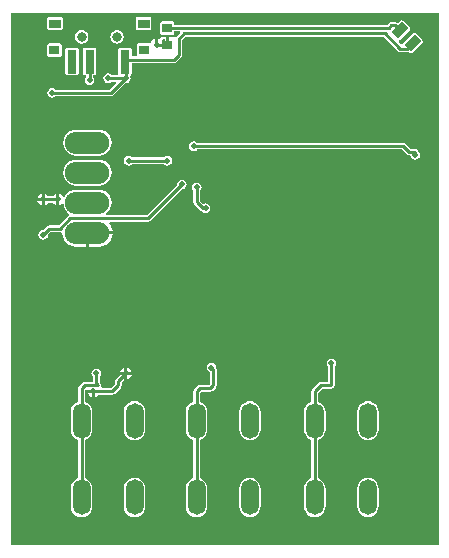
<source format=gtl>
G04 Layer_Physical_Order=1*
G04 Layer_Color=255*
%FSLAX44Y44*%
%MOMM*%
G71*
G01*
G75*
G04:AMPARAMS|DCode=10|XSize=0.8mm|YSize=1.2mm|CornerRadius=0mm|HoleSize=0mm|Usage=FLASHONLY|Rotation=135.000|XOffset=0mm|YOffset=0mm|HoleType=Round|Shape=Rectangle|*
%AMROTATEDRECTD10*
4,1,4,0.7071,0.1414,-0.1414,-0.7071,-0.7071,-0.1414,0.1414,0.7071,0.7071,0.1414,0.0*
%
%ADD10ROTATEDRECTD10*%

%ADD11R,0.8001X2.0000*%
%ADD12R,1.0000X0.8001*%
%ADD13R,0.8999X0.8001*%
%ADD14R,0.9000X0.8000*%
%ADD15C,0.2540*%
%ADD16C,0.8001*%
%ADD17O,1.5000X3.0000*%
%ADD18O,3.7592X1.8796*%
%ADD19C,0.5000*%
G36*
X362500Y0D02*
X0D01*
Y450000D01*
X362500D01*
Y0D01*
D02*
G37*
%LPC*%
G36*
X102386Y143730D02*
X98770D01*
Y140114D01*
X99466Y140252D01*
X101134Y141366D01*
X102248Y143034D01*
X102386Y143730D01*
D02*
G37*
G36*
X72500Y149103D02*
X70930Y148791D01*
X69599Y147901D01*
X68710Y146570D01*
X68397Y145000D01*
X68710Y143430D01*
X69599Y142099D01*
X69651Y142064D01*
Y138143D01*
X62794D01*
X62794Y138143D01*
X61704Y137926D01*
X60780Y137308D01*
X57986Y134514D01*
X57368Y133590D01*
X57151Y132500D01*
X57151Y132500D01*
Y121087D01*
X55450Y120382D01*
X53565Y118935D01*
X52118Y117050D01*
X51209Y114855D01*
X50899Y112499D01*
Y97499D01*
X51209Y95144D01*
X52118Y92948D01*
X53565Y91063D01*
X55450Y89617D01*
X57152Y88912D01*
Y56088D01*
X55450Y55383D01*
X53565Y53937D01*
X52118Y52052D01*
X51209Y49856D01*
X50899Y47501D01*
Y32501D01*
X51209Y30145D01*
X52118Y27950D01*
X53565Y26065D01*
X55450Y24618D01*
X57645Y23709D01*
X60001Y23399D01*
X62356Y23709D01*
X64552Y24618D01*
X66437Y26065D01*
X67883Y27950D01*
X68792Y30145D01*
X69103Y32501D01*
Y47501D01*
X68792Y49856D01*
X67883Y52052D01*
X66437Y53937D01*
X64552Y55383D01*
X62849Y56088D01*
Y88912D01*
X64552Y89617D01*
X66437Y91063D01*
X67883Y92948D01*
X68792Y95144D01*
X69103Y97499D01*
Y112499D01*
X68792Y114855D01*
X67883Y117050D01*
X66437Y118935D01*
X64552Y120382D01*
X62849Y121087D01*
Y130494D01*
X63981Y131554D01*
X64196Y131270D01*
X70000D01*
Y130000D01*
X71270D01*
Y125114D01*
X71967Y125252D01*
X73634Y126366D01*
X74158Y127151D01*
X85999D01*
X85999Y127151D01*
X87089Y127368D01*
X88013Y127986D01*
X93013Y132986D01*
X93013Y132986D01*
X93631Y133910D01*
X93848Y135000D01*
Y137319D01*
X96230Y139701D01*
Y143730D01*
X92201D01*
X88984Y140513D01*
X88367Y139589D01*
X88150Y138499D01*
X88150Y138499D01*
Y136180D01*
X84819Y132849D01*
X77452D01*
X77053Y133365D01*
X76675Y134119D01*
X76850Y135000D01*
X76633Y136090D01*
X76016Y137014D01*
X75349Y137681D01*
Y142064D01*
X75401Y142099D01*
X76290Y143430D01*
X76603Y145000D01*
X76290Y146570D01*
X75401Y147901D01*
X74070Y148791D01*
X72500Y149103D01*
D02*
G37*
G36*
X170000Y154103D02*
X168430Y153791D01*
X167099Y152901D01*
X166210Y151570D01*
X165897Y150000D01*
X166210Y148430D01*
X167099Y147099D01*
X168430Y146209D01*
X168652Y146165D01*
Y136180D01*
X167821Y135349D01*
X160000D01*
X160000Y135349D01*
X158910Y135132D01*
X157986Y134514D01*
X155486Y132014D01*
X154868Y131090D01*
X154651Y130000D01*
X154651Y130000D01*
Y121087D01*
X152950Y120382D01*
X151065Y118935D01*
X149618Y117050D01*
X148709Y114855D01*
X148399Y112499D01*
Y97499D01*
X148709Y95144D01*
X149618Y92948D01*
X151065Y91063D01*
X152950Y89617D01*
X154652Y88912D01*
Y56088D01*
X152950Y55383D01*
X151065Y53937D01*
X149618Y52052D01*
X148709Y49856D01*
X148399Y47501D01*
Y32501D01*
X148709Y30145D01*
X149618Y27950D01*
X151065Y26065D01*
X152950Y24618D01*
X155145Y23709D01*
X157501Y23399D01*
X159856Y23709D01*
X162052Y24618D01*
X163937Y26065D01*
X165383Y27950D01*
X166292Y30145D01*
X166602Y32501D01*
Y47501D01*
X166292Y49856D01*
X165383Y52052D01*
X163937Y53937D01*
X162052Y55383D01*
X160349Y56088D01*
Y88912D01*
X162052Y89617D01*
X163937Y91063D01*
X165383Y92948D01*
X166292Y95144D01*
X166602Y97499D01*
Y112499D01*
X166292Y114855D01*
X165383Y117050D01*
X163937Y118935D01*
X162052Y120382D01*
X160349Y121087D01*
Y128820D01*
X161180Y129651D01*
X169001D01*
X169001Y129651D01*
X170091Y129868D01*
X171015Y130486D01*
X173515Y132986D01*
X173515Y132986D01*
X174133Y133910D01*
X174350Y135000D01*
Y148499D01*
X174133Y149589D01*
X174047Y149718D01*
X174103Y150000D01*
X173790Y151570D01*
X172901Y152901D01*
X171570Y153791D01*
X170000Y154103D01*
D02*
G37*
G36*
X96230Y149886D02*
X95534Y149748D01*
X93866Y148634D01*
X92752Y146966D01*
X92614Y146270D01*
X96230D01*
Y149886D01*
D02*
G37*
G36*
X157500Y306603D02*
X155930Y306290D01*
X154599Y305401D01*
X153709Y304070D01*
X153397Y302500D01*
X153709Y300930D01*
X154599Y299599D01*
X154651Y299564D01*
Y289999D01*
X154651Y289999D01*
X154868Y288909D01*
X155486Y287985D01*
X160485Y282985D01*
X160485Y282985D01*
X161409Y282367D01*
X161997Y282251D01*
X162099Y282098D01*
X163430Y281209D01*
X165000Y280897D01*
X166570Y281209D01*
X167901Y282098D01*
X168790Y283429D01*
X169102Y284999D01*
X168790Y286569D01*
X167901Y287901D01*
X166570Y288790D01*
X165000Y289102D01*
X163430Y288790D01*
X163015Y288513D01*
X160349Y291179D01*
Y299564D01*
X160401Y299599D01*
X161290Y300930D01*
X161603Y302500D01*
X161290Y304070D01*
X160401Y305401D01*
X159070Y306290D01*
X157500Y306603D01*
D02*
G37*
G36*
X86272Y262930D02*
X66270D01*
Y252159D01*
X74398D01*
X77514Y252569D01*
X80419Y253772D01*
X82912Y255686D01*
X84826Y258179D01*
X86029Y261084D01*
X86272Y262930D01*
D02*
G37*
G36*
X98770Y149886D02*
Y146270D01*
X102386D01*
X102248Y146966D01*
X101134Y148634D01*
X99466Y149748D01*
X98770Y149886D01*
D02*
G37*
G36*
X68730Y128730D02*
X65114D01*
X65252Y128034D01*
X66366Y126366D01*
X68033Y125252D01*
X68730Y125114D01*
Y128730D01*
D02*
G37*
G36*
X271501Y157602D02*
X269931Y157289D01*
X268600Y156400D01*
X267711Y155069D01*
X267398Y153499D01*
X267711Y151929D01*
X268600Y150598D01*
X268652Y150563D01*
Y137849D01*
X262500D01*
X261410Y137632D01*
X260486Y137014D01*
X260486Y137014D01*
X255486Y132014D01*
X254868Y131090D01*
X254651Y130000D01*
X254651Y130000D01*
Y121087D01*
X252950Y120382D01*
X251065Y118935D01*
X249618Y117050D01*
X248709Y114855D01*
X248399Y112499D01*
Y97499D01*
X248709Y95144D01*
X249618Y92948D01*
X251065Y91063D01*
X252950Y89617D01*
X254652Y88912D01*
Y56088D01*
X252950Y55383D01*
X251065Y53937D01*
X249618Y52052D01*
X248709Y49856D01*
X248399Y47501D01*
Y32501D01*
X248709Y30145D01*
X249618Y27950D01*
X251065Y26065D01*
X252950Y24618D01*
X255145Y23709D01*
X257501Y23399D01*
X259856Y23709D01*
X262052Y24618D01*
X263937Y26065D01*
X265383Y27950D01*
X266292Y30145D01*
X266602Y32501D01*
Y47501D01*
X266292Y49856D01*
X265383Y52052D01*
X263937Y53937D01*
X262052Y55383D01*
X260349Y56088D01*
Y88912D01*
X262052Y89617D01*
X263937Y91063D01*
X265383Y92948D01*
X266292Y95144D01*
X266602Y97499D01*
Y112499D01*
X266292Y114855D01*
X265383Y117050D01*
X263937Y118935D01*
X262052Y120382D01*
X260349Y121087D01*
Y128820D01*
X263680Y132151D01*
X271501D01*
X272591Y132368D01*
X273515Y132986D01*
X274133Y133910D01*
X274350Y135000D01*
Y150563D01*
X274402Y150598D01*
X275292Y151929D01*
X275604Y153499D01*
X275292Y155069D01*
X274402Y156400D01*
X273071Y157289D01*
X271501Y157602D01*
D02*
G37*
G36*
X202499Y56603D02*
X200144Y56292D01*
X197948Y55383D01*
X196063Y53937D01*
X194617Y52052D01*
X193708Y49856D01*
X193398Y47501D01*
Y32501D01*
X193708Y30145D01*
X194617Y27950D01*
X196063Y26065D01*
X197948Y24618D01*
X200144Y23709D01*
X202499Y23399D01*
X204855Y23709D01*
X207050Y24618D01*
X208935Y26065D01*
X210382Y27950D01*
X211291Y30145D01*
X211601Y32501D01*
Y47501D01*
X211291Y49856D01*
X210382Y52052D01*
X208935Y53937D01*
X207050Y55383D01*
X204855Y56292D01*
X202499Y56603D01*
D02*
G37*
G36*
X104999D02*
X102644Y56292D01*
X100448Y55383D01*
X98563Y53937D01*
X97117Y52052D01*
X96208Y49856D01*
X95897Y47501D01*
Y32501D01*
X96208Y30145D01*
X97117Y27950D01*
X98563Y26065D01*
X100448Y24618D01*
X102644Y23709D01*
X104999Y23399D01*
X107355Y23709D01*
X109550Y24618D01*
X111435Y26065D01*
X112882Y27950D01*
X113791Y30145D01*
X114101Y32501D01*
Y47501D01*
X113791Y49856D01*
X112882Y52052D01*
X111435Y53937D01*
X109550Y55383D01*
X107355Y56292D01*
X104999Y56603D01*
D02*
G37*
G36*
X302499D02*
X300144Y56292D01*
X297948Y55383D01*
X296063Y53937D01*
X294617Y52052D01*
X293708Y49856D01*
X293398Y47501D01*
Y32501D01*
X293708Y30145D01*
X294617Y27950D01*
X296063Y26065D01*
X297948Y24618D01*
X300144Y23709D01*
X302499Y23399D01*
X304855Y23709D01*
X307050Y24618D01*
X308935Y26065D01*
X310382Y27950D01*
X311291Y30145D01*
X311601Y32501D01*
Y47501D01*
X311291Y49856D01*
X310382Y52052D01*
X308935Y53937D01*
X307050Y55383D01*
X304855Y56292D01*
X302499Y56603D01*
D02*
G37*
G36*
Y121601D02*
X300144Y121291D01*
X297948Y120382D01*
X296063Y118935D01*
X294617Y117050D01*
X293708Y114855D01*
X293398Y112499D01*
Y97499D01*
X293708Y95144D01*
X294617Y92948D01*
X296063Y91063D01*
X297948Y89617D01*
X300144Y88708D01*
X302499Y88398D01*
X304855Y88708D01*
X307050Y89617D01*
X308935Y91063D01*
X310382Y92948D01*
X311291Y95144D01*
X311601Y97499D01*
Y112499D01*
X311291Y114855D01*
X310382Y117050D01*
X308935Y118935D01*
X307050Y120382D01*
X304855Y121291D01*
X302499Y121601D01*
D02*
G37*
G36*
X202499D02*
X200144Y121291D01*
X197948Y120382D01*
X196063Y118935D01*
X194617Y117050D01*
X193708Y114855D01*
X193398Y112499D01*
Y97499D01*
X193708Y95144D01*
X194617Y92948D01*
X196063Y91063D01*
X197948Y89617D01*
X200144Y88708D01*
X202499Y88398D01*
X204855Y88708D01*
X207050Y89617D01*
X208935Y91063D01*
X210382Y92948D01*
X211291Y95144D01*
X211601Y97499D01*
Y112499D01*
X211291Y114855D01*
X210382Y117050D01*
X208935Y118935D01*
X207050Y120382D01*
X204855Y121291D01*
X202499Y121601D01*
D02*
G37*
G36*
X104999D02*
X102644Y121291D01*
X100448Y120382D01*
X98563Y118935D01*
X97117Y117050D01*
X96208Y114855D01*
X95897Y112499D01*
Y97499D01*
X96208Y95144D01*
X97117Y92948D01*
X98563Y91063D01*
X100448Y89617D01*
X102644Y88708D01*
X104999Y88398D01*
X107355Y88708D01*
X109550Y89617D01*
X111435Y91063D01*
X112882Y92948D01*
X113791Y95144D01*
X114101Y97499D01*
Y112499D01*
X113791Y114855D01*
X112882Y117050D01*
X111435Y118935D01*
X109550Y120382D01*
X107355Y121291D01*
X104999Y121601D01*
D02*
G37*
G36*
X41499Y424400D02*
X32499D01*
X31333Y423917D01*
X30850Y422751D01*
Y414750D01*
X31333Y413583D01*
X32499Y413100D01*
X41499D01*
X42665Y413583D01*
X43148Y414750D01*
Y422751D01*
X42665Y423917D01*
X41499Y424400D01*
D02*
G37*
G36*
X42499Y446900D02*
X32499D01*
X31333Y446417D01*
X30850Y445250D01*
Y437249D01*
X31333Y436083D01*
X32499Y435600D01*
X42499D01*
X43666Y436083D01*
X44149Y437249D01*
Y445250D01*
X43666Y446417D01*
X42499Y446900D01*
D02*
G37*
G36*
X70771Y420649D02*
X62770D01*
X61603Y420166D01*
X61120Y418999D01*
Y398999D01*
X61603Y397833D01*
X62770Y397350D01*
X63582D01*
X63835Y396080D01*
X62980Y394800D01*
X62668Y393230D01*
X62980Y391660D01*
X63869Y390328D01*
X65200Y389439D01*
X66770Y389127D01*
X68341Y389439D01*
X69672Y390328D01*
X70561Y391660D01*
X70873Y393230D01*
X70561Y394800D01*
X69706Y396080D01*
X69959Y397350D01*
X70771D01*
X71937Y397833D01*
X72421Y398999D01*
Y418999D01*
X71937Y420166D01*
X70771Y420649D01*
D02*
G37*
G36*
X55770D02*
X47769D01*
X46602Y420166D01*
X46119Y418999D01*
Y398999D01*
X46602Y397833D01*
X47769Y397350D01*
X55770D01*
X56936Y397833D01*
X57419Y398999D01*
Y418999D01*
X56936Y420166D01*
X55770Y420649D01*
D02*
G37*
G36*
X90001Y435728D02*
X89845Y435664D01*
X89679Y435697D01*
X88118Y435386D01*
X87846Y435204D01*
X87524Y435140D01*
X86201Y434256D01*
X86018Y433983D01*
X85745Y433801D01*
X84861Y432477D01*
X84797Y432155D01*
X84615Y431883D01*
X84305Y430322D01*
X84368Y430000D01*
X84305Y429678D01*
X84615Y428117D01*
X84797Y427845D01*
X84861Y427523D01*
X85745Y426199D01*
X86018Y426017D01*
X86201Y425744D01*
X87524Y424860D01*
X87846Y424796D01*
X88118Y424614D01*
X89679Y424303D01*
X89845Y424336D01*
X90001Y424272D01*
X90157Y424336D01*
X90323Y424303D01*
X91884Y424614D01*
X92157Y424796D01*
X92479Y424860D01*
X93802Y425744D01*
X93984Y426017D01*
X94257Y426199D01*
X95141Y427523D01*
X95205Y427845D01*
X95387Y428117D01*
X95698Y429678D01*
X95634Y430000D01*
X95698Y430322D01*
X95387Y431883D01*
X95205Y432155D01*
X95141Y432477D01*
X94257Y433801D01*
X93984Y433983D01*
X93802Y434256D01*
X92479Y435140D01*
X92157Y435204D01*
X91884Y435386D01*
X90323Y435697D01*
X90157Y435664D01*
X90001Y435728D01*
D02*
G37*
G36*
X331026Y444109D02*
X329860Y443626D01*
X329860Y443626D01*
X327631Y441397D01*
X327381Y441648D01*
X326457Y442265D01*
X325367Y442482D01*
X325367Y442482D01*
X322133D01*
X322133Y442482D01*
X321043Y442265D01*
X320119Y441648D01*
X320119Y441647D01*
X318820Y440349D01*
X138650D01*
Y441500D01*
X138166Y442666D01*
X137000Y443150D01*
X128000D01*
X126834Y442666D01*
X126350Y441500D01*
Y433500D01*
X126834Y432334D01*
X128000Y431850D01*
X137000D01*
X138166Y432334D01*
X138650Y433500D01*
Y434651D01*
X142963D01*
X143449Y433478D01*
X140486Y430514D01*
X140027Y429828D01*
X139654Y429673D01*
X139047Y429542D01*
X138558Y429514D01*
X137991Y429893D01*
X137000Y430090D01*
X133770D01*
Y423500D01*
X131230D01*
Y430090D01*
X128000D01*
X127009Y429893D01*
X126169Y429331D01*
X125607Y428491D01*
X124770Y428482D01*
Y423500D01*
X122230D01*
Y428386D01*
X121533Y428248D01*
X119866Y427134D01*
X118752Y425466D01*
X118657Y424984D01*
X117536Y424385D01*
X117501Y424400D01*
X108501D01*
X107335Y423917D01*
X106852Y422751D01*
Y414750D01*
X106891Y414655D01*
X106186Y413599D01*
X102420D01*
Y418999D01*
X101937Y420166D01*
X100771Y420649D01*
X92770D01*
X91603Y420166D01*
X91120Y418999D01*
Y398999D01*
X91159Y398905D01*
X90454Y397849D01*
X85436D01*
X85401Y397901D01*
X84070Y398791D01*
X82500Y399103D01*
X80930Y398791D01*
X79599Y397901D01*
X78710Y396570D01*
X78397Y395000D01*
X78710Y393430D01*
X79599Y392099D01*
X80930Y391209D01*
X82500Y390897D01*
X84070Y391209D01*
X85401Y392099D01*
X85436Y392151D01*
X88963D01*
X89449Y390978D01*
X83820Y385349D01*
X37936D01*
X37901Y385401D01*
X36570Y386291D01*
X35000Y386603D01*
X33430Y386291D01*
X32099Y385401D01*
X31209Y384070D01*
X30897Y382500D01*
X31209Y380930D01*
X32099Y379599D01*
X33430Y378709D01*
X35000Y378397D01*
X36570Y378709D01*
X37901Y379599D01*
X37936Y379651D01*
X85000D01*
X85000Y379651D01*
X86090Y379868D01*
X87014Y380486D01*
X97438Y390910D01*
X97500Y390897D01*
X99070Y391209D01*
X100401Y392099D01*
X101291Y393430D01*
X101603Y395000D01*
X101341Y396316D01*
X101291Y396570D01*
X101937Y397833D01*
X102420Y398999D01*
Y407901D01*
X138250D01*
X138250Y407901D01*
X139340Y408118D01*
X140264Y408736D01*
X144514Y412986D01*
X144514Y412986D01*
X145132Y413910D01*
X145349Y415000D01*
Y427320D01*
X148180Y430151D01*
X315820D01*
X327986Y417986D01*
X328910Y417368D01*
X330000Y417151D01*
X330000Y417151D01*
X335776D01*
X335776Y417151D01*
X336823Y417359D01*
X337808Y416374D01*
X338967Y415894D01*
X338974Y415891D01*
X340140Y416374D01*
X340140Y416374D01*
X348626Y424860D01*
X349106Y426019D01*
X349109Y426026D01*
X348626Y427192D01*
X348625Y427192D01*
X342969Y432849D01*
X341809Y433330D01*
X341802Y433332D01*
X340636Y432849D01*
X340636Y432849D01*
X332151Y424364D01*
X331949Y423876D01*
X330494Y423535D01*
X328535Y425494D01*
X328876Y426949D01*
X329364Y427151D01*
X329364Y427151D01*
X337849Y435636D01*
X338330Y436796D01*
X338332Y436802D01*
X337849Y437969D01*
X337849Y437969D01*
X332192Y443626D01*
X331033Y444106D01*
X331026Y444109D01*
D02*
G37*
G36*
X117501Y446900D02*
X107501D01*
X106334Y446417D01*
X105851Y445250D01*
Y437249D01*
X106334Y436083D01*
X107501Y435600D01*
X117501D01*
X118667Y436083D01*
X119150Y437249D01*
Y445250D01*
X118667Y446417D01*
X117501Y446900D01*
D02*
G37*
G36*
X59999Y435728D02*
X59843Y435664D01*
X59677Y435697D01*
X58116Y435386D01*
X57843Y435204D01*
X57521Y435140D01*
X56198Y434256D01*
X56016Y433983D01*
X55743Y433801D01*
X54859Y432477D01*
X54795Y432155D01*
X54612Y431883D01*
X54302Y430322D01*
X54366Y430000D01*
X54302Y429678D01*
X54612Y428117D01*
X54795Y427845D01*
X54859Y427523D01*
X55743Y426199D01*
X56016Y426017D01*
X56198Y425744D01*
X57521Y424860D01*
X57843Y424796D01*
X58116Y424614D01*
X59677Y424303D01*
X59843Y424336D01*
X59999Y424272D01*
X60155Y424336D01*
X60321Y424303D01*
X61881Y424614D01*
X62154Y424796D01*
X62476Y424860D01*
X63799Y425744D01*
X63982Y426017D01*
X64254Y426199D01*
X65139Y427523D01*
X65203Y427845D01*
X65385Y428117D01*
X65696Y429678D01*
X65631Y430000D01*
X65696Y430322D01*
X65385Y431883D01*
X65203Y432155D01*
X65139Y432477D01*
X64254Y433801D01*
X63982Y433983D01*
X63799Y434256D01*
X62476Y435140D01*
X62154Y435204D01*
X61881Y435386D01*
X60321Y435697D01*
X60155Y435664D01*
X59999Y435728D01*
D02*
G37*
G36*
X26230Y297386D02*
X25533Y297248D01*
X23866Y296134D01*
X22752Y294466D01*
X22614Y293770D01*
X26230D01*
Y297386D01*
D02*
G37*
G36*
X145000Y309103D02*
X143430Y308790D01*
X142099Y307901D01*
X141209Y306570D01*
X140897Y305000D01*
X140910Y304938D01*
X115212Y279241D01*
X80925D01*
X80494Y280511D01*
X82188Y281810D01*
X83938Y284092D01*
X85039Y286749D01*
X85414Y289600D01*
X85039Y292451D01*
X83938Y295108D01*
X82188Y297390D01*
X79906Y299140D01*
X77249Y300241D01*
X74398Y300616D01*
X55602D01*
X52751Y300241D01*
X50094Y299140D01*
X47812Y297390D01*
X46062Y295108D01*
X45896Y294708D01*
X44546Y294768D01*
X43633Y296133D01*
X41966Y297247D01*
X41270Y297386D01*
Y292499D01*
Y287613D01*
X41966Y287752D01*
X43420Y288723D01*
X44285Y288520D01*
X44761Y288267D01*
X44961Y286749D01*
X46062Y284092D01*
X47812Y281810D01*
X49696Y280365D01*
X49462Y279024D01*
X48538Y278406D01*
X48538Y278406D01*
X40480Y270349D01*
X32500D01*
X32500Y270349D01*
X31410Y270132D01*
X30486Y269514D01*
X27562Y266591D01*
X27500Y266603D01*
X25930Y266290D01*
X24599Y265401D01*
X23709Y264070D01*
X23397Y262500D01*
X23709Y260930D01*
X24599Y259599D01*
X25930Y258710D01*
X27500Y258397D01*
X29070Y258710D01*
X30401Y259599D01*
X31291Y260930D01*
X31603Y262500D01*
X31590Y262562D01*
X33680Y264651D01*
X41660D01*
X41660Y264651D01*
X42358Y264790D01*
X42922Y264513D01*
X43345Y264195D01*
X43599Y263908D01*
X43971Y261084D01*
X45174Y258179D01*
X47088Y255686D01*
X49581Y253772D01*
X52485Y252569D01*
X55602Y252159D01*
X63730D01*
Y264200D01*
X65000D01*
Y265470D01*
X86272D01*
X86029Y267316D01*
X84826Y270221D01*
X83251Y272273D01*
X83823Y273543D01*
X116392D01*
X116392Y273543D01*
X117482Y273760D01*
X118406Y274378D01*
X144938Y300910D01*
X145000Y300897D01*
X146570Y301210D01*
X147901Y302099D01*
X148791Y303430D01*
X149103Y305000D01*
X148791Y306570D01*
X147901Y307901D01*
X146570Y308790D01*
X145000Y309103D01*
D02*
G37*
G36*
X28770Y297386D02*
Y292500D01*
Y287614D01*
X29467Y287752D01*
X31134Y288866D01*
X31658Y289651D01*
X35842D01*
X36366Y288866D01*
X38033Y287752D01*
X38730Y287613D01*
Y292499D01*
Y297386D01*
X38033Y297247D01*
X36366Y296133D01*
X35842Y295349D01*
X31658D01*
X31134Y296134D01*
X29467Y297248D01*
X28770Y297386D01*
D02*
G37*
G36*
X26230Y291230D02*
X22614D01*
X22752Y290534D01*
X23866Y288866D01*
X25533Y287752D01*
X26230Y287614D01*
Y291230D01*
D02*
G37*
G36*
X132500Y329103D02*
X130930Y328791D01*
X129599Y327901D01*
X129564Y327849D01*
X102936D01*
X102901Y327901D01*
X101570Y328791D01*
X100000Y329103D01*
X98430Y328791D01*
X97099Y327901D01*
X96209Y326570D01*
X95897Y325000D01*
X96209Y323430D01*
X97099Y322099D01*
X98430Y321209D01*
X100000Y320897D01*
X101570Y321209D01*
X102901Y322099D01*
X102936Y322151D01*
X129564D01*
X129599Y322099D01*
X130930Y321209D01*
X132500Y320897D01*
X134070Y321209D01*
X135401Y322099D01*
X136291Y323430D01*
X136603Y325000D01*
X136291Y326570D01*
X135401Y327901D01*
X134070Y328791D01*
X132500Y329103D01*
D02*
G37*
G36*
X74398Y351416D02*
X55602D01*
X52751Y351041D01*
X50094Y349940D01*
X47812Y348190D01*
X46062Y345908D01*
X44961Y343251D01*
X44586Y340400D01*
X44961Y337549D01*
X46062Y334892D01*
X47812Y332610D01*
X50094Y330860D01*
X52751Y329759D01*
X55602Y329384D01*
X74398D01*
X77249Y329759D01*
X79906Y330860D01*
X82188Y332610D01*
X83938Y334892D01*
X85039Y337549D01*
X85414Y340400D01*
X85039Y343251D01*
X83938Y345908D01*
X82188Y348190D01*
X79906Y349940D01*
X77249Y351041D01*
X74398Y351416D01*
D02*
G37*
G36*
Y326016D02*
X55602D01*
X52751Y325641D01*
X50094Y324540D01*
X47812Y322790D01*
X46062Y320508D01*
X44961Y317851D01*
X44586Y315000D01*
X44961Y312149D01*
X46062Y309492D01*
X47812Y307210D01*
X50094Y305460D01*
X52751Y304359D01*
X55602Y303984D01*
X74398D01*
X77249Y304359D01*
X79906Y305460D01*
X82188Y307210D01*
X83938Y309492D01*
X85039Y312149D01*
X85414Y315000D01*
X85039Y317851D01*
X83938Y320508D01*
X82188Y322790D01*
X79906Y324540D01*
X77249Y325641D01*
X74398Y326016D01*
D02*
G37*
G36*
X155000Y341603D02*
X153430Y341291D01*
X152099Y340401D01*
X151209Y339070D01*
X150897Y337500D01*
X151209Y335930D01*
X152099Y334599D01*
X153430Y333709D01*
X155000Y333397D01*
X156570Y333709D01*
X157901Y334599D01*
X157936Y334651D01*
X331320D01*
X335486Y330486D01*
X335486Y330486D01*
X336410Y329868D01*
X337500Y329651D01*
X338466D01*
X338709Y328430D01*
X339599Y327099D01*
X340930Y326209D01*
X342500Y325897D01*
X344070Y326209D01*
X345401Y327099D01*
X346291Y328430D01*
X346603Y330000D01*
X346291Y331570D01*
X345401Y332901D01*
X345249Y333003D01*
X345132Y333590D01*
X344514Y334514D01*
X343590Y335132D01*
X342500Y335349D01*
X338680D01*
X334514Y339514D01*
X333590Y340132D01*
X332500Y340349D01*
X332500Y340349D01*
X157936D01*
X157901Y340401D01*
X156570Y341291D01*
X155000Y341603D01*
D02*
G37*
%LPD*%
D10*
X340388Y424612D02*
D03*
X329612Y435388D02*
D03*
D11*
X51769Y408999D02*
D03*
X96770D02*
D03*
X66770D02*
D03*
D12*
X37499Y441250D02*
D03*
X112501D02*
D03*
D13*
X36999Y418750D02*
D03*
X113001D02*
D03*
D14*
X132500Y423500D02*
D03*
Y437500D02*
D03*
D15*
X325367Y439633D02*
X329612Y435388D01*
X322133Y439633D02*
X325367D01*
X335776Y420000D02*
X340388Y424612D01*
X330000Y420000D02*
X335776D01*
X317000Y433000D02*
X330000Y420000D01*
X147000Y433000D02*
X317000D01*
X320000Y437500D02*
X322133Y439633D01*
X132500Y437500D02*
X320000D01*
X85000Y382500D02*
X97500Y395000D01*
X35000Y382500D02*
X85000D01*
X50552Y276392D02*
X116392D01*
X41660Y267500D02*
X50552Y276392D01*
X116392D02*
X145000Y305000D01*
X157500Y289999D02*
Y302500D01*
Y289999D02*
X162499Y284999D01*
X165000D01*
X271501Y135000D02*
Y153499D01*
X100000Y325000D02*
X132500D01*
X170000Y150000D02*
X171501Y148499D01*
Y135000D02*
Y148499D01*
X72500Y136501D02*
X74001Y135000D01*
X72500Y136501D02*
Y145000D01*
X27500Y262500D02*
X32500Y267500D01*
X41660D01*
X123500Y423500D02*
X132500D01*
X342500Y330000D02*
Y332500D01*
X332500Y337500D02*
X337500Y332500D01*
X155000Y337500D02*
X332500D01*
X66770Y393230D02*
Y408999D01*
X257501Y40001D02*
Y104999D01*
X157501Y40001D02*
Y104999D01*
X60001Y40001D02*
Y104999D01*
X60000Y105000D02*
X60001Y104999D01*
X60000Y105000D02*
Y132500D01*
X90999Y135000D02*
Y138499D01*
X97500Y145000D01*
X157500Y105000D02*
X157501Y104999D01*
X157500Y105000D02*
Y130000D01*
X160000Y132500D01*
X169001D01*
X171501Y135000D01*
X257500Y105000D02*
X257501Y104999D01*
X257500Y105000D02*
Y130000D01*
X262500Y135000D01*
X271501D01*
X96770Y408999D02*
X97500Y408270D01*
Y395000D02*
Y408270D01*
X129000Y427000D02*
X132500Y423500D01*
X96770Y408999D02*
X98521Y410750D01*
X138250D01*
X142500Y415000D01*
Y428500D01*
X147000Y433000D01*
X337500Y332500D02*
X342500D01*
X85999Y130000D02*
X90999Y135000D01*
X70000Y130000D02*
X85999D01*
X72193Y135294D02*
X72487Y135000D01*
X74001D01*
X62794Y135294D02*
X72193D01*
X60000Y132500D02*
X62794Y135294D01*
X27500Y292500D02*
X40000D01*
X40000Y292500D02*
X40000Y292500D01*
X40000Y292499D02*
Y292500D01*
X82500Y395000D02*
X97500D01*
D16*
X59999Y430000D02*
D03*
X90001D02*
D03*
D17*
X202499Y104999D02*
D03*
Y40001D02*
D03*
X157501Y104999D02*
D03*
Y40001D02*
D03*
X60001D02*
D03*
Y104999D02*
D03*
X104999Y40001D02*
D03*
Y104999D02*
D03*
X302499D02*
D03*
Y40001D02*
D03*
X257501Y104999D02*
D03*
Y40001D02*
D03*
D18*
X65000Y340400D02*
D03*
Y315000D02*
D03*
Y289600D02*
D03*
Y264200D02*
D03*
D19*
X35000Y382500D02*
D03*
X157500Y302500D02*
D03*
X165000Y284999D02*
D03*
X271501Y153499D02*
D03*
X132500Y325000D02*
D03*
X100000D02*
D03*
X170000Y150000D02*
D03*
X72500Y145000D02*
D03*
X27500Y262500D02*
D03*
X145000Y305000D02*
D03*
X123500Y423500D02*
D03*
X342500Y330000D02*
D03*
X155000Y337500D02*
D03*
X66770Y393230D02*
D03*
X97500Y145000D02*
D03*
Y395000D02*
D03*
X70000Y130000D02*
D03*
X27500Y292500D02*
D03*
X40000Y292499D02*
D03*
X82500Y395000D02*
D03*
M02*

</source>
